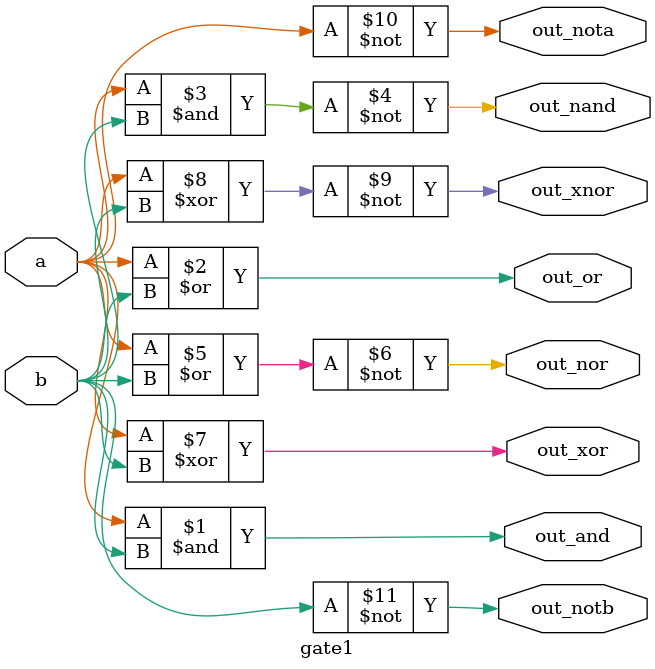
<source format=v>
module gate1( input a, b, output out_and, out_or, out_nand, out_nor, out_xor, out_xnor, out_nota, out_notb);

  assign out_and  = a & b;
  assign out_or   = a | b;
  assign out_nand = ~(a & b);
  assign out_nor  = ~(a | b);
  assign out_xor  = a ^ b;
  assign out_xnor = ~(a ^ b);
  assign out_nota = ~a;
  assign out_notb = ~b;

endmodule
  
  

</source>
